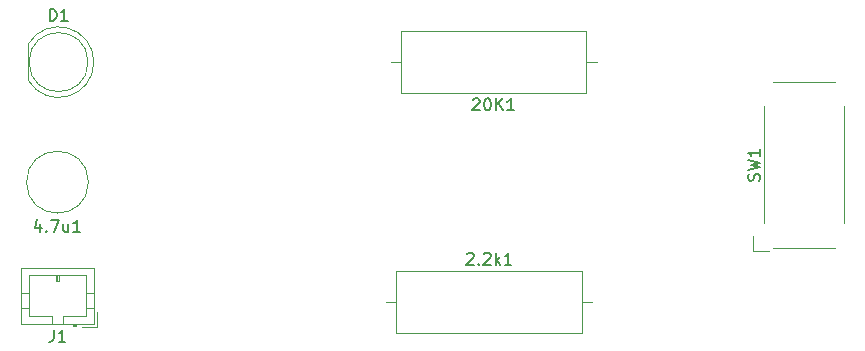
<source format=gbr>
%TF.GenerationSoftware,KiCad,Pcbnew,(6.0.10)*%
%TF.CreationDate,2023-02-16T14:16:27-08:00*%
%TF.ProjectId,Exercise1,45786572-6369-4736-9531-2e6b69636164,rev?*%
%TF.SameCoordinates,Original*%
%TF.FileFunction,Legend,Top*%
%TF.FilePolarity,Positive*%
%FSLAX46Y46*%
G04 Gerber Fmt 4.6, Leading zero omitted, Abs format (unit mm)*
G04 Created by KiCad (PCBNEW (6.0.10)) date 2023-02-16 14:16:27*
%MOMM*%
%LPD*%
G01*
G04 APERTURE LIST*
%ADD10C,0.150000*%
%ADD11C,0.120000*%
G04 APERTURE END LIST*
D10*
%TO.C,4.7u1*%
X101687619Y-87355714D02*
X101687619Y-88022380D01*
X101449523Y-86974761D02*
X101211428Y-87689047D01*
X101830476Y-87689047D01*
X102211428Y-87927142D02*
X102259047Y-87974761D01*
X102211428Y-88022380D01*
X102163809Y-87974761D01*
X102211428Y-87927142D01*
X102211428Y-88022380D01*
X102592380Y-87022380D02*
X103259047Y-87022380D01*
X102830476Y-88022380D01*
X104068571Y-87355714D02*
X104068571Y-88022380D01*
X103640000Y-87355714D02*
X103640000Y-87879523D01*
X103687619Y-87974761D01*
X103782857Y-88022380D01*
X103925714Y-88022380D01*
X104020952Y-87974761D01*
X104068571Y-87927142D01*
X105068571Y-88022380D02*
X104497142Y-88022380D01*
X104782857Y-88022380D02*
X104782857Y-87022380D01*
X104687619Y-87165238D01*
X104592380Y-87260476D01*
X104497142Y-87308095D01*
%TO.C,D1*%
X102491904Y-70152380D02*
X102491904Y-69152380D01*
X102730000Y-69152380D01*
X102872857Y-69200000D01*
X102968095Y-69295238D01*
X103015714Y-69390476D01*
X103063333Y-69580952D01*
X103063333Y-69723809D01*
X103015714Y-69914285D01*
X102968095Y-70009523D01*
X102872857Y-70104761D01*
X102730000Y-70152380D01*
X102491904Y-70152380D01*
X104015714Y-70152380D02*
X103444285Y-70152380D01*
X103730000Y-70152380D02*
X103730000Y-69152380D01*
X103634761Y-69295238D01*
X103539523Y-69390476D01*
X103444285Y-69438095D01*
%TO.C,SW1*%
X162554761Y-83693333D02*
X162602380Y-83550476D01*
X162602380Y-83312380D01*
X162554761Y-83217142D01*
X162507142Y-83169523D01*
X162411904Y-83121904D01*
X162316666Y-83121904D01*
X162221428Y-83169523D01*
X162173809Y-83217142D01*
X162126190Y-83312380D01*
X162078571Y-83502857D01*
X162030952Y-83598095D01*
X161983333Y-83645714D01*
X161888095Y-83693333D01*
X161792857Y-83693333D01*
X161697619Y-83645714D01*
X161650000Y-83598095D01*
X161602380Y-83502857D01*
X161602380Y-83264761D01*
X161650000Y-83121904D01*
X161602380Y-82788571D02*
X162602380Y-82550476D01*
X161888095Y-82360000D01*
X162602380Y-82169523D01*
X161602380Y-81931428D01*
X162602380Y-81026666D02*
X162602380Y-81598095D01*
X162602380Y-81312380D02*
X161602380Y-81312380D01*
X161745238Y-81407619D01*
X161840476Y-81502857D01*
X161888095Y-81598095D01*
%TO.C,J1*%
X102806666Y-96332380D02*
X102806666Y-97046666D01*
X102759047Y-97189523D01*
X102663809Y-97284761D01*
X102520952Y-97332380D01*
X102425714Y-97332380D01*
X103806666Y-97332380D02*
X103235238Y-97332380D01*
X103520952Y-97332380D02*
X103520952Y-96332380D01*
X103425714Y-96475238D01*
X103330476Y-96570476D01*
X103235238Y-96618095D01*
%TO.C,2.2k1*%
X137819047Y-89907619D02*
X137866666Y-89860000D01*
X137961904Y-89812380D01*
X138200000Y-89812380D01*
X138295238Y-89860000D01*
X138342857Y-89907619D01*
X138390476Y-90002857D01*
X138390476Y-90098095D01*
X138342857Y-90240952D01*
X137771428Y-90812380D01*
X138390476Y-90812380D01*
X138819047Y-90717142D02*
X138866666Y-90764761D01*
X138819047Y-90812380D01*
X138771428Y-90764761D01*
X138819047Y-90717142D01*
X138819047Y-90812380D01*
X139247619Y-89907619D02*
X139295238Y-89860000D01*
X139390476Y-89812380D01*
X139628571Y-89812380D01*
X139723809Y-89860000D01*
X139771428Y-89907619D01*
X139819047Y-90002857D01*
X139819047Y-90098095D01*
X139771428Y-90240952D01*
X139200000Y-90812380D01*
X139819047Y-90812380D01*
X140247619Y-90812380D02*
X140247619Y-89812380D01*
X140342857Y-90431428D02*
X140628571Y-90812380D01*
X140628571Y-90145714D02*
X140247619Y-90526666D01*
X141580952Y-90812380D02*
X141009523Y-90812380D01*
X141295238Y-90812380D02*
X141295238Y-89812380D01*
X141200000Y-89955238D01*
X141104761Y-90050476D01*
X141009523Y-90098095D01*
%TO.C,20K1*%
X138321904Y-76827619D02*
X138369523Y-76780000D01*
X138464761Y-76732380D01*
X138702857Y-76732380D01*
X138798095Y-76780000D01*
X138845714Y-76827619D01*
X138893333Y-76922857D01*
X138893333Y-77018095D01*
X138845714Y-77160952D01*
X138274285Y-77732380D01*
X138893333Y-77732380D01*
X139512380Y-76732380D02*
X139607619Y-76732380D01*
X139702857Y-76780000D01*
X139750476Y-76827619D01*
X139798095Y-76922857D01*
X139845714Y-77113333D01*
X139845714Y-77351428D01*
X139798095Y-77541904D01*
X139750476Y-77637142D01*
X139702857Y-77684761D01*
X139607619Y-77732380D01*
X139512380Y-77732380D01*
X139417142Y-77684761D01*
X139369523Y-77637142D01*
X139321904Y-77541904D01*
X139274285Y-77351428D01*
X139274285Y-77113333D01*
X139321904Y-76922857D01*
X139369523Y-76827619D01*
X139417142Y-76780000D01*
X139512380Y-76732380D01*
X140274285Y-77732380D02*
X140274285Y-76732380D01*
X140845714Y-77732380D02*
X140417142Y-77160952D01*
X140845714Y-76732380D02*
X140274285Y-77303809D01*
X141798095Y-77732380D02*
X141226666Y-77732380D01*
X141512380Y-77732380D02*
X141512380Y-76732380D01*
X141417142Y-76875238D01*
X141321904Y-76970476D01*
X141226666Y-77018095D01*
D11*
%TO.C,4.7u1*%
X105760000Y-83820000D02*
G75*
G03*
X105760000Y-83820000I-2620000J0D01*
G01*
%TO.C,D1*%
X100670000Y-72115000D02*
X100670000Y-75205000D01*
X100670000Y-75204830D02*
G75*
G03*
X106220000Y-73659538I2560000J1544830D01*
G01*
X106220000Y-73660462D02*
G75*
G03*
X100670000Y-72115170I-2990000J462D01*
G01*
X105730000Y-73660000D02*
G75*
G03*
X105730000Y-73660000I-2500000J0D01*
G01*
%TO.C,SW1*%
X162050000Y-89660000D02*
X162050000Y-88360000D01*
X163750000Y-75360000D02*
X168950000Y-75360000D01*
X163350000Y-89660000D02*
X162050000Y-89660000D01*
X163000000Y-87310000D02*
X163000000Y-77410000D01*
X168950000Y-89360000D02*
X163750000Y-89360000D01*
X169700000Y-77410000D02*
X169700000Y-87310000D01*
%TO.C,J1*%
X103240000Y-92180000D02*
X103040000Y-92180000D01*
X103040000Y-92180000D02*
X103040000Y-91680000D01*
X103640000Y-95180000D02*
X105590000Y-95180000D01*
X104440000Y-95990000D02*
X104740000Y-95990000D01*
X103240000Y-91680000D02*
X103240000Y-92180000D01*
X102640000Y-95180000D02*
X102640000Y-95790000D01*
X104740000Y-95990000D02*
X104740000Y-95790000D01*
X105590000Y-91680000D02*
X100690000Y-91680000D01*
X100080000Y-93180000D02*
X100690000Y-93180000D01*
X106200000Y-91070000D02*
X100080000Y-91070000D01*
X104440000Y-95890000D02*
X104740000Y-95890000D01*
X105590000Y-95180000D02*
X105590000Y-91680000D01*
X100690000Y-91680000D02*
X100690000Y-95180000D01*
X106200000Y-93180000D02*
X105590000Y-93180000D01*
X106200000Y-94480000D02*
X105590000Y-94480000D01*
X103140000Y-91680000D02*
X103140000Y-92180000D01*
X100690000Y-95180000D02*
X102640000Y-95180000D01*
X103640000Y-95790000D02*
X103640000Y-95180000D01*
X100080000Y-91070000D02*
X100080000Y-95790000D01*
X100080000Y-94480000D02*
X100690000Y-94480000D01*
X105250000Y-96090000D02*
X106500000Y-96090000D01*
X104440000Y-95790000D02*
X104440000Y-95990000D01*
X106500000Y-96090000D02*
X106500000Y-94840000D01*
X100080000Y-95790000D02*
X106200000Y-95790000D01*
X106200000Y-95790000D02*
X106200000Y-91070000D01*
%TO.C,2.2k1*%
X147570000Y-91360000D02*
X131830000Y-91360000D01*
X130980000Y-93980000D02*
X131830000Y-93980000D01*
X131830000Y-96600000D02*
X147570000Y-96600000D01*
X147570000Y-96600000D02*
X147570000Y-91360000D01*
X148420000Y-93980000D02*
X147570000Y-93980000D01*
X131830000Y-91360000D02*
X131830000Y-96600000D01*
%TO.C,20K1*%
X148780000Y-73660000D02*
X147930000Y-73660000D01*
X132190000Y-76280000D02*
X147930000Y-76280000D01*
X147930000Y-76280000D02*
X147930000Y-71040000D01*
X147930000Y-71040000D02*
X132190000Y-71040000D01*
X131340000Y-73660000D02*
X132190000Y-73660000D01*
X132190000Y-71040000D02*
X132190000Y-76280000D01*
%TD*%
M02*

</source>
